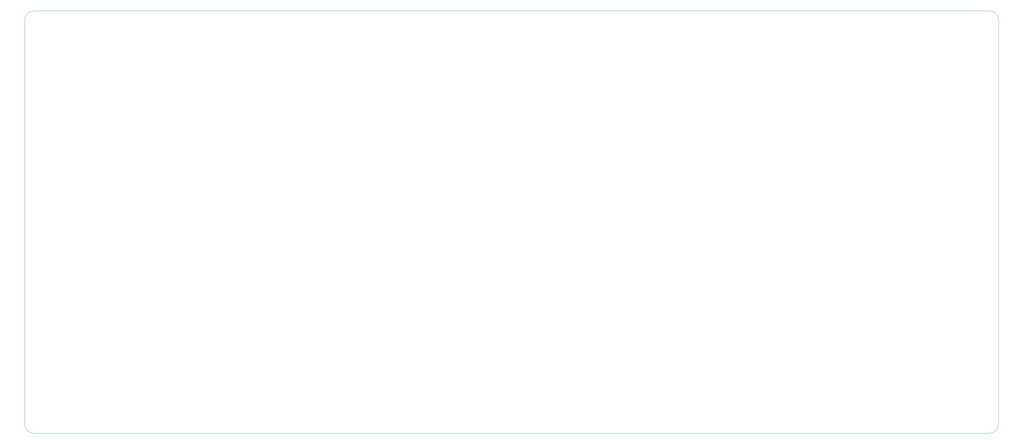
<source format=gbr>
%TF.GenerationSoftware,KiCad,Pcbnew,7.0.6*%
%TF.CreationDate,2023-09-17T10:38:13-04:00*%
%TF.ProjectId,ze-keyboard,7a652d6b-6579-4626-9f61-72642e6b6963,rev?*%
%TF.SameCoordinates,Original*%
%TF.FileFunction,Profile,NP*%
%FSLAX46Y46*%
G04 Gerber Fmt 4.6, Leading zero omitted, Abs format (unit mm)*
G04 Created by KiCad (PCBNEW 7.0.6) date 2023-09-17 10:38:13*
%MOMM*%
%LPD*%
G01*
G04 APERTURE LIST*
%TA.AperFunction,Profile*%
%ADD10C,0.100000*%
%TD*%
G04 APERTURE END LIST*
D10*
X371200000Y-152800000D02*
X71800000Y-152800000D01*
X71800000Y-20200000D02*
X371200000Y-20200000D01*
X68800000Y-149800000D02*
X68800000Y-23200000D01*
X68800000Y-149800000D02*
G75*
G03*
X71800000Y-152800000I3000000J0D01*
G01*
X71800000Y-20200000D02*
G75*
G03*
X68800000Y-23200000I0J-3000000D01*
G01*
X371200000Y-152800000D02*
G75*
G03*
X374200000Y-149800000I0J3000000D01*
G01*
X374200000Y-23200000D02*
X374200000Y-149800000D01*
X374200000Y-23200000D02*
G75*
G03*
X371200000Y-20200000I-3000000J0D01*
G01*
M02*

</source>
